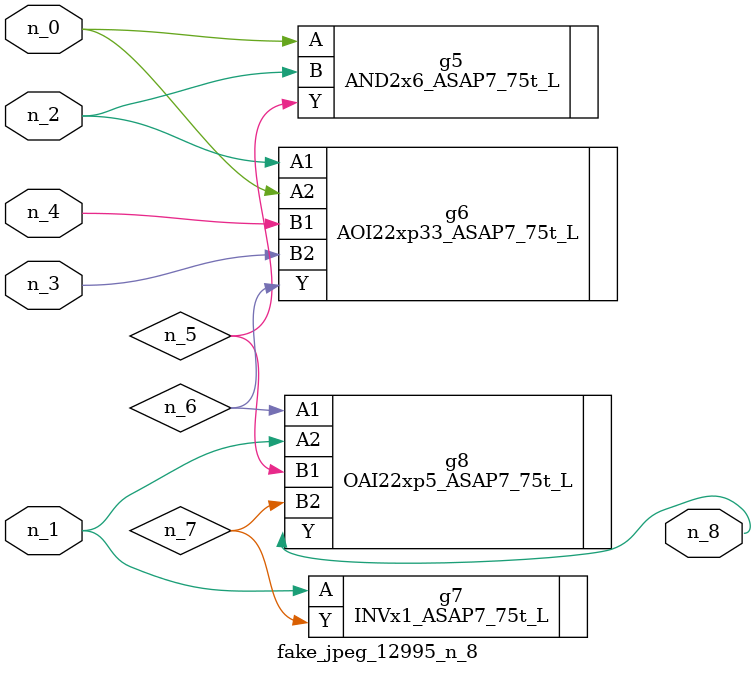
<source format=v>
module fake_jpeg_12995_n_8 (n_3, n_2, n_1, n_0, n_4, n_8);

input n_3;
input n_2;
input n_1;
input n_0;
input n_4;

output n_8;

wire n_6;
wire n_5;
wire n_7;

AND2x6_ASAP7_75t_L g5 ( 
.A(n_0),
.B(n_2),
.Y(n_5)
);

AOI22xp33_ASAP7_75t_L g6 ( 
.A1(n_2),
.A2(n_0),
.B1(n_4),
.B2(n_3),
.Y(n_6)
);

INVx1_ASAP7_75t_L g7 ( 
.A(n_1),
.Y(n_7)
);

OAI22xp5_ASAP7_75t_L g8 ( 
.A1(n_6),
.A2(n_1),
.B1(n_5),
.B2(n_7),
.Y(n_8)
);


endmodule
</source>
